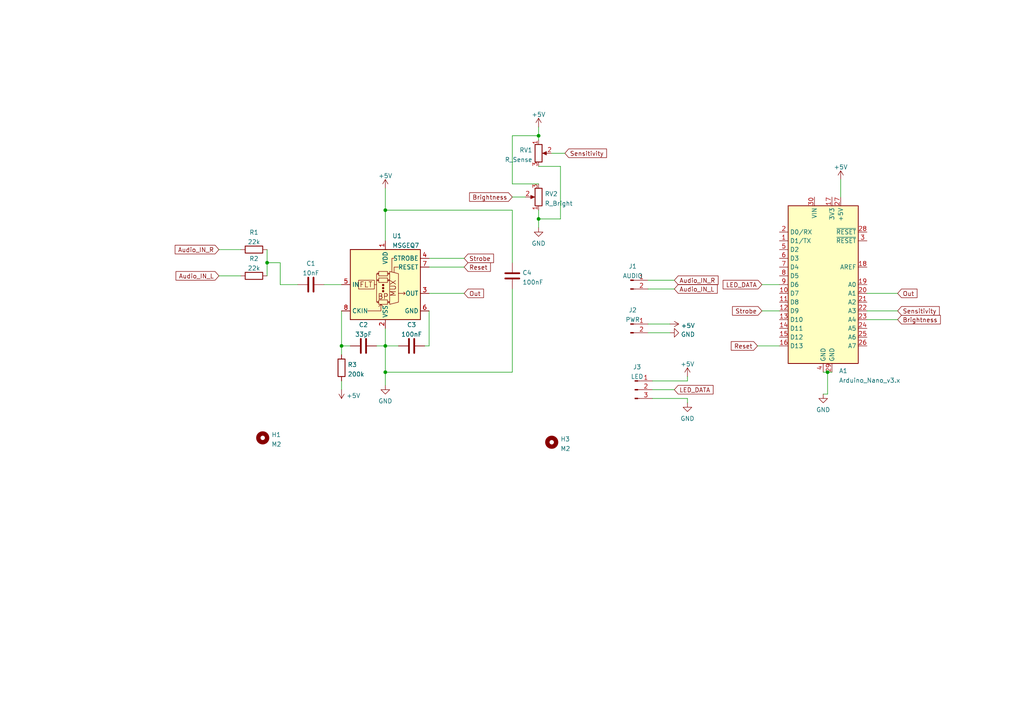
<source format=kicad_sch>
(kicad_sch (version 20211123) (generator eeschema)
  (paper "A4")
  (lib_symbols
    (symbol "Audio:MSGEQ7"
      (property "Reference" "U" (at -2.54 13.97 0))
      (property "Value" "MSGEQ7" (at -2.54 11.43 0))
      (symbol "MSGEQ7_0_0"
        (polyline (pts (xy -5.08 -7.62) (xy -1.27 -7.62) (xy -1.27 -5.715)))
        (polyline (pts (xy -1.905 -6.35) (xy -1.27 -5.715) (xy -0.635 -6.35)))
        (polyline (pts (xy 2.54 7.62) (xy 1.905 7.62) (xy 1.905 3.683)))
        (polyline (pts (xy 3.81 5.08) (xy 2.54 5.08) (xy 2.54 3.556)))
        (text "BP" (at -0.635 -3.429 0) (effects (font (size 1.524 1.524))))
        (text "FLT" (at -5.588 0 0) (effects (font (size 1.524 1.524))))
        (text "MUX" (at 2.286 -1.016 900) (effects (font (size 1.524 1.524))))
      )
      (symbol "MSGEQ7_0_1"
        (rectangle (start -3.175 -1.27) (end -7.747 1.27))
        (rectangle (start -1.905 -4.445) (end 0.635 -5.715))
        (rectangle (start -1.905 1.905) (end 0.635 0.635))
        (circle (center -0.635 -1.905) (radius 0.254) (fill (type outline)))
        (circle (center -0.635 -1.016) (radius 0.254) (fill (type outline)))
        (circle (center -0.635 -0.127) (radius 0.254) (fill (type outline)))
        (polyline (pts (xy -3.175 0) (xy -2.54 0)))
        (polyline (pts (xy -2.54 1.27) (xy -1.905 1.27)))
        (polyline (pts (xy 0.635 -5.08) (xy 1.27 -5.08)))
        (polyline (pts (xy 0.635 1.27) (xy 1.27 1.27)))
        (polyline (pts (xy 0.635 3.175) (xy 1.27 3.175)))
        (polyline (pts (xy 3.81 -2.54) (xy 5.715 -2.54)))
        (polyline (pts (xy 5.715 -2.54) (xy 5.334 -2.921)))
        (polyline (pts (xy 5.715 -2.54) (xy 5.334 -2.159)))
        (polyline (pts (xy -2.286 -4.826) (xy -2.032 -5.08) (xy -2.286 -5.334)))
        (polyline (pts (xy -2.286 1.524) (xy -2.032 1.27) (xy -2.286 1.016)))
        (polyline (pts (xy -2.286 3.429) (xy -2.032 3.175) (xy -2.286 2.921)))
        (polyline (pts (xy 0.889 -4.826) (xy 1.143 -5.08) (xy 0.889 -5.334)))
        (polyline (pts (xy 0.889 1.524) (xy 1.143 1.27) (xy 0.889 1.016)))
        (polyline (pts (xy 0.889 3.429) (xy 1.143 3.175) (xy 0.889 2.921)))
        (polyline (pts (xy -1.905 3.175) (xy -2.54 3.175) (xy -2.54 -5.08) (xy -1.905 -5.08)))
        (polyline (pts (xy 1.27 3.81) (xy 1.27 -5.715) (xy 3.81 -5.08) (xy 3.81 3.175) (xy 1.27 3.81)))
        (rectangle (start 0.635 2.54) (end -1.905 3.81))
        (rectangle (start 10.16 10.16) (end -10.16 -10.16) (stroke (width 0.254)) (fill (type background)))
      )
      (symbol "MSGEQ7_1_1"
        (pin power_in line (at 0 12.7 270) (length 2.54) (name "VDD") (number "1"))
        (pin power_in line (at 0 -12.7 90) (length 2.54) (name "VSS") (number "2"))
        (pin output line (at 12.7 -2.54 180) (length 2.54) (name "OUT") (number "3"))
        (pin input line (at 12.7 7.62 180) (length 2.54) (name "STROBE") (number "4"))
        (pin input line (at -12.7 0 0) (length 2.54) (name "IN") (number "5"))
        (pin power_out line (at 12.7 -7.62 180) (length 2.54) (name "GND") (number "6"))
        (pin input line (at 12.7 5.08 180) (length 2.54) (name "RESET") (number "7"))
        (pin input line (at -12.7 -7.62 0) (length 2.54) (name "CKIN") (number "8"))
      )
    )
    (symbol "Connector:Conn_01x02_Male" (pin_names (offset 1.016) hide)
      (property "Reference" "J" (at 0 2.54 0))
      (property "Value" "Conn_01x02_Male" (at 0 -5.08 0))
      (symbol "Conn_01x02_Male_1_1"
        (polyline (pts (xy 1.27 -2.54) (xy 0.8636 -2.54)) (stroke (width 0.1524)))
        (polyline (pts (xy 1.27 0) (xy 0.8636 0)) (stroke (width 0.1524)))
        (rectangle (start 0.8636 -2.413) (end 0 -2.667) (stroke (width 0.1524)) (fill (type outline)))
        (rectangle (start 0.8636 0.127) (end 0 -0.127) (stroke (width 0.1524)) (fill (type outline)))
        (pin passive line (at 5.08 0 180) (length 3.81) (name "Pin_1") (number "1"))
        (pin passive line (at 5.08 -2.54 180) (length 3.81) (name "Pin_2") (number "2"))
      )
    )
    (symbol "Connector:Conn_01x03_Male" (pin_names (offset 1.016) hide)
      (property "Reference" "J" (at 0 5.08 0))
      (property "Value" "Conn_01x03_Male" (at 0 -5.08 0))
      (symbol "Conn_01x03_Male_1_1"
        (polyline (pts (xy 1.27 -2.54) (xy 0.8636 -2.54)) (stroke (width 0.1524)))
        (polyline (pts (xy 1.27 0) (xy 0.8636 0)) (stroke (width 0.1524)))
        (polyline (pts (xy 1.27 2.54) (xy 0.8636 2.54)) (stroke (width 0.1524)))
        (rectangle (start 0.8636 -2.413) (end 0 -2.667) (stroke (width 0.1524)) (fill (type outline)))
        (rectangle (start 0.8636 0.127) (end 0 -0.127) (stroke (width 0.1524)) (fill (type outline)))
        (rectangle (start 0.8636 2.667) (end 0 2.413) (stroke (width 0.1524)) (fill (type outline)))
        (pin passive line (at 5.08 2.54 180) (length 3.81) (name "Pin_1") (number "1"))
        (pin passive line (at 5.08 0 180) (length 3.81) (name "Pin_2") (number "2"))
        (pin passive line (at 5.08 -2.54 180) (length 3.81) (name "Pin_3") (number "3"))
      )
    )
    (symbol "Device:C" (pin_numbers hide) (pin_names (offset 0.254))
      (property "Reference" "C" (at 0.635 2.54 0))
      (property "Value" "C" (at 0.635 -2.54 0))
      (symbol "C_0_1"
        (polyline (pts (xy -2.032 -0.762) (xy 2.032 -0.762)) (stroke (width 0.508)))
        (polyline (pts (xy -2.032 0.762) (xy 2.032 0.762)) (stroke (width 0.508)))
      )
      (symbol "C_1_1"
        (pin passive line (at 0 3.81 270) (length 2.794) (name "~") (number "1"))
        (pin passive line (at 0 -3.81 90) (length 2.794) (name "~") (number "2"))
      )
    )
    (symbol "Device:R" (pin_numbers hide) (pin_names (offset 0))
      (property "Reference" "R" (at 2.032 0 90))
      (property "Value" "R" (at 0 0 90))
      (symbol "R_0_1"
        (rectangle (start -1.016 -2.54) (end 1.016 2.54) (stroke (width 0.254)))
      )
      (symbol "R_1_1"
        (pin passive line (at 0 3.81 270) (length 1.27) (name "~") (number "1"))
        (pin passive line (at 0 -3.81 90) (length 1.27) (name "~") (number "2"))
      )
    )
    (symbol "Device:R_Potentiometer" (pin_names (offset 1.016) hide)
      (property "Reference" "RV" (at -4.445 0 90))
      (property "Value" "R_Potentiometer" (at -2.54 0 90))
      (symbol "R_Potentiometer_0_1"
        (polyline (pts (xy 2.54 0) (xy 1.524 0)))
        (polyline (pts (xy 1.143 0) (xy 2.286 0.508) (xy 2.286 -0.508) (xy 1.143 0)) (fill (type outline)))
        (rectangle (start 1.016 2.54) (end -1.016 -2.54) (stroke (width 0.254)))
      )
      (symbol "R_Potentiometer_1_1"
        (pin passive line (at 0 3.81 270) (length 1.27) (name "1") (number "1"))
        (pin passive line (at 3.81 0 180) (length 1.27) (name "2") (number "2"))
        (pin passive line (at 0 -3.81 90) (length 1.27) (name "3") (number "3"))
      )
    )
    (symbol "MCU_Module:Arduino_Nano_v3.x"
      (property "Reference" "A" (at -10.16 23.495 0))
      (property "Value" "Arduino_Nano_v3.x" (at 5.08 -24.13 0))
      (symbol "Arduino_Nano_v3.x_0_1"
        (rectangle (start -10.16 22.86) (end 10.16 -22.86) (stroke (width 0.254)) (fill (type background)))
      )
      (symbol "Arduino_Nano_v3.x_1_1"
        (pin bidirectional line (at -12.7 12.7 0) (length 2.54) (name "D1/TX") (number "1"))
        (pin bidirectional line (at -12.7 -2.54 0) (length 2.54) (name "D7") (number "10"))
        (pin bidirectional line (at -12.7 -5.08 0) (length 2.54) (name "D8") (number "11"))
        (pin bidirectional line (at -12.7 -7.62 0) (length 2.54) (name "D9") (number "12"))
        (pin bidirectional line (at -12.7 -10.16 0) (length 2.54) (name "D10") (number "13"))
        (pin bidirectional line (at -12.7 -12.7 0) (length 2.54) (name "D11") (number "14"))
        (pin bidirectional line (at -12.7 -15.24 0) (length 2.54) (name "D12") (number "15"))
        (pin bidirectional line (at -12.7 -17.78 0) (length 2.54) (name "D13") (number "16"))
        (pin power_out line (at 2.54 25.4 270) (length 2.54) (name "3V3") (number "17"))
        (pin input line (at 12.7 5.08 180) (length 2.54) (name "AREF") (number "18"))
        (pin bidirectional line (at 12.7 0 180) (length 2.54) (name "A0") (number "19"))
        (pin bidirectional line (at -12.7 15.24 0) (length 2.54) (name "D0/RX") (number "2"))
        (pin bidirectional line (at 12.7 -2.54 180) (length 2.54) (name "A1") (number "20"))
        (pin bidirectional line (at 12.7 -5.08 180) (length 2.54) (name "A2") (number "21"))
        (pin bidirectional line (at 12.7 -7.62 180) (length 2.54) (name "A3") (number "22"))
        (pin bidirectional line (at 12.7 -10.16 180) (length 2.54) (name "A4") (number "23"))
        (pin bidirectional line (at 12.7 -12.7 180) (length 2.54) (name "A5") (number "24"))
        (pin bidirectional line (at 12.7 -15.24 180) (length 2.54) (name "A6") (number "25"))
        (pin bidirectional line (at 12.7 -17.78 180) (length 2.54) (name "A7") (number "26"))
        (pin power_out line (at 5.08 25.4 270) (length 2.54) (name "+5V") (number "27"))
        (pin input line (at 12.7 15.24 180) (length 2.54) (name "~{RESET}") (number "28"))
        (pin power_in line (at 2.54 -25.4 90) (length 2.54) (name "GND") (number "29"))
        (pin input line (at 12.7 12.7 180) (length 2.54) (name "~{RESET}") (number "3"))
        (pin power_in line (at -2.54 25.4 270) (length 2.54) (name "VIN") (number "30"))
        (pin power_in line (at 0 -25.4 90) (length 2.54) (name "GND") (number "4"))
        (pin bidirectional line (at -12.7 10.16 0) (length 2.54) (name "D2") (number "5"))
        (pin bidirectional line (at -12.7 7.62 0) (length 2.54) (name "D3") (number "6"))
        (pin bidirectional line (at -12.7 5.08 0) (length 2.54) (name "D4") (number "7"))
        (pin bidirectional line (at -12.7 2.54 0) (length 2.54) (name "D5") (number "8"))
        (pin bidirectional line (at -12.7 0 0) (length 2.54) (name "D6") (number "9"))
      )
    )
    (symbol "Mechanical:MountingHole" (pin_names (offset 1.016))
      (property "Reference" "H" (at 0 5.08 0))
      (property "Value" "MountingHole" (at 0 3.175 0))
      (symbol "MountingHole_0_1"
        (circle (center 0 0) (radius 1.27) (stroke (width 1.27)))
      )
    )
    (symbol "power:+5V" (power) (pin_names (offset 0))
      (property "Value" "+5V" (at 0 3.556 0))
      (symbol "+5V_0_1"
        (polyline (pts (xy -0.762 1.27) (xy 0 2.54)))
        (polyline (pts (xy 0 0) (xy 0 2.54)))
        (polyline (pts (xy 0 2.54) (xy 0.762 1.27)))
      )
      (symbol "+5V_1_1"
        (pin power_in line (at 0 0 90) (length 0) hide (name "+5V") (number "1"))
      )
    )
    (symbol "power:GND" (power) (pin_names (offset 0))
      (property "Value" "GND" (at 0 -3.81 0))
      (symbol "GND_0_1"
        (polyline (pts (xy 0 0) (xy 0 -1.27) (xy 1.27 -1.27) (xy 0 -2.54) (xy -1.27 -1.27) (xy 0 -1.27)))
      )
      (symbol "GND_1_1"
        (pin power_in line (at 0 0 270) (length 0) hide (name "GND") (number "1"))
      )
    )
  )
  (junction (at 99.06 100.33))
  (junction (at 240.03 107.95))
  (junction (at 111.76 60.96))
  (junction (at 111.76 100.33))
  (junction (at 77.47 76.2))
  (junction (at 111.76 107.95))
  (junction (at 156.21 63.5))
  (junction (at 156.21 39.37))
  (wire (pts (xy 187.96 93.98) (xy 194.31 93.98)))
  (wire (pts (xy 111.76 100.33) (xy 111.76 107.95)))
  (wire (pts (xy 220.98 90.17) (xy 226.06 90.17)))
  (wire (pts (xy 77.47 72.39) (xy 77.47 76.2)))
  (wire (pts (xy 240.03 107.95) (xy 241.3 107.95)))
  (wire (pts (xy 189.23 115.57) (xy 199.39 115.57)))
  (wire (pts (xy 219.71 100.33) (xy 226.06 100.33)))
  (wire (pts (xy 124.46 74.93) (xy 134.62 74.93)))
  (wire (pts (xy 81.28 76.2) (xy 77.47 76.2)))
  (wire (pts (xy 99.06 90.17) (xy 99.06 100.33)))
  (wire (pts (xy 156.21 53.34) (xy 148.59 53.34)))
  (wire (pts (xy 162.56 63.5) (xy 156.21 63.5)))
  (wire (pts (xy 123.19 100.33) (xy 124.46 100.33)))
  (wire (pts (xy 99.06 100.33) (xy 101.6 100.33)))
  (wire (pts (xy 77.47 76.2) (xy 77.47 80.01)))
  (wire (pts (xy 187.96 81.28) (xy 195.58 81.28)))
  (wire (pts (xy 187.96 83.82) (xy 195.58 83.82)))
  (wire (pts (xy 189.23 113.03) (xy 195.58 113.03)))
  (wire (pts (xy 220.98 82.55) (xy 226.06 82.55)))
  (wire (pts (xy 240.03 107.95) (xy 240.03 114.3)))
  (wire (pts (xy 148.59 39.37) (xy 156.21 39.37)))
  (wire (pts (xy 148.59 53.34) (xy 148.59 39.37)))
  (wire (pts (xy 111.76 100.33) (xy 115.57 100.33)))
  (wire (pts (xy 162.56 48.26) (xy 162.56 63.5)))
  (wire (pts (xy 63.5 80.01) (xy 69.85 80.01)))
  (wire (pts (xy 199.39 115.57) (xy 199.39 116.84)))
  (wire (pts (xy 199.39 109.22) (xy 199.39 110.49)))
  (wire (pts (xy 99.06 110.49) (xy 99.06 113.03)))
  (wire (pts (xy 111.76 107.95) (xy 111.76 111.76)))
  (wire (pts (xy 156.21 63.5) (xy 156.21 66.04)))
  (wire (pts (xy 156.21 60.96) (xy 156.21 63.5)))
  (wire (pts (xy 156.21 48.26) (xy 162.56 48.26)))
  (wire (pts (xy 148.59 57.15) (xy 152.4 57.15)))
  (wire (pts (xy 111.76 54.61) (xy 111.76 60.96)))
  (wire (pts (xy 148.59 60.96) (xy 148.59 76.2)))
  (wire (pts (xy 124.46 90.17) (xy 124.46 100.33)))
  (wire (pts (xy 238.76 114.3) (xy 240.03 114.3)))
  (wire (pts (xy 148.59 83.82) (xy 148.59 107.95)))
  (wire (pts (xy 111.76 60.96) (xy 148.59 60.96)))
  (wire (pts (xy 93.98 82.55) (xy 99.06 82.55)))
  (wire (pts (xy 251.46 92.71) (xy 260.35 92.71)))
  (wire (pts (xy 99.06 100.33) (xy 99.06 102.87)))
  (wire (pts (xy 124.46 85.09) (xy 134.62 85.09)))
  (wire (pts (xy 160.02 44.45) (xy 163.83 44.45)))
  (wire (pts (xy 63.5 72.39) (xy 69.85 72.39)))
  (wire (pts (xy 109.22 100.33) (xy 111.76 100.33)))
  (wire (pts (xy 251.46 85.09) (xy 260.35 85.09)))
  (wire (pts (xy 111.76 107.95) (xy 148.59 107.95)))
  (wire (pts (xy 189.23 110.49) (xy 199.39 110.49)))
  (wire (pts (xy 251.46 90.17) (xy 260.35 90.17)))
  (wire (pts (xy 124.46 77.47) (xy 134.62 77.47)))
  (wire (pts (xy 111.76 95.25) (xy 111.76 100.33)))
  (wire (pts (xy 238.76 107.95) (xy 240.03 107.95)))
  (wire (pts (xy 156.21 36.83) (xy 156.21 39.37)))
  (wire (pts (xy 243.84 52.07) (xy 243.84 57.15)))
  (wire (pts (xy 111.76 60.96) (xy 111.76 69.85)))
  (wire (pts (xy 81.28 82.55) (xy 81.28 76.2)))
  (wire (pts (xy 156.21 39.37) (xy 156.21 40.64)))
  (wire (pts (xy 187.96 96.52) (xy 194.31 96.52)))
  (wire (pts (xy 86.36 82.55) (xy 81.28 82.55)))
  (global_label "Strobe" (shape input) (at 134.62 74.93 0) (property "Intersheet References" "${INTERSHEET_REFS}" (effects hide)))
  (global_label "Reset" (shape input) (at 219.71 100.33 180) (property "Intersheet References" "${INTERSHEET_REFS}" (effects hide)))
  (global_label "Audio_IN_L" (shape input) (at 195.58 83.82 0) (property "Intersheet References" "${INTERSHEET_REFS}" (effects hide)))
  (global_label "Sensitivity" (shape input) (at 260.35 90.17 0) (property "Intersheet References" "${INTERSHEET_REFS}" (effects hide)))
  (global_label "Audio_IN_L" (shape input) (at 63.5 80.01 180) (property "Intersheet References" "${INTERSHEET_REFS}" (effects hide)))
  (global_label "Strobe" (shape input) (at 220.98 90.17 180) (property "Intersheet References" "${INTERSHEET_REFS}" (effects hide)))
  (global_label "Out" (shape input) (at 260.35 85.09 0) (property "Intersheet References" "${INTERSHEET_REFS}" (effects hide)))
  (global_label "Brightness" (shape input) (at 260.35 92.71 0) (property "Intersheet References" "${INTERSHEET_REFS}" (effects hide)))
  (global_label "Out" (shape input) (at 134.62 85.09 0) (property "Intersheet References" "${INTERSHEET_REFS}" (effects hide)))
  (global_label "Audio_IN_R" (shape input) (at 63.5 72.39 180) (property "Intersheet References" "${INTERSHEET_REFS}" (effects hide)))
  (global_label "Reset" (shape input) (at 134.62 77.47 0) (property "Intersheet References" "${INTERSHEET_REFS}" (effects hide)))
  (global_label "Sensitivity" (shape input) (at 163.83 44.45 0) (property "Intersheet References" "${INTERSHEET_REFS}" (effects hide)))
  (global_label "LED_DATA" (shape input) (at 195.58 113.03 0) (property "Intersheet References" "${INTERSHEET_REFS}" (effects hide)))
  (global_label "Brightness" (shape input) (at 148.59 57.15 180) (property "Intersheet References" "${INTERSHEET_REFS}" (effects hide)))
  (global_label "Audio_IN_R" (shape input) (at 195.58 81.28 0) (property "Intersheet References" "${INTERSHEET_REFS}" (effects hide)))
  (global_label "LED_DATA" (shape input) (at 220.98 82.55 180) (property "Intersheet References" "${INTERSHEET_REFS}" (effects hide)))
  (symbol (lib_id "power:+5V") (at 99.06 113.03 180) (unit 1)
    (property "Reference" "#PWR0102" (effects hide))
    (property "Value" "+5V" (at 100.457 114.779 0) (effects (justify right)))
  )
  (symbol (lib_id "power:GND") (at 199.39 116.84 0) (unit 1)
    (property "Reference" "#PWR0110" (effects hide))
    (property "Value" "GND" (at 199.39 121.4025 0))
  )
  (symbol (lib_id "Device:C") (at 90.17 82.55 90) (unit 1)
    (property "Reference" "C1" (at 90.17 76.4245 90))
    (property "Value" "10nF" (at 90.17 79.1996 90))
    (property "Footprint" "Capacitor_THT:C_Disc_D4.3mm_W1.9mm_P5.00mm" (effects hide))
  )
  (symbol (lib_id "power:+5V") (at 243.84 52.07 0) (unit 1)
    (property "Reference" "#PWR0108" (effects hide))
    (property "Value" "+5V" (at 243.84 48.4655 0))
  )
  (symbol (lib_id "Device:R_Potentiometer") (at 156.21 57.15 180) (unit 1)
    (property "Reference" "RV2" (at 157.988 56.2415 0) (effects (justify right)))
    (property "Value" "R_Bright" (at 157.988 59.0166 0) (effects (justify right)))
    (property "Footprint" "Potentiometer_THT:Potentiometer_Piher_PC-16_Single_Horizontal" (effects hide))
  )
  (symbol (lib_id "Connector:Conn_01x03_Male") (at 184.15 113.03 0) (unit 1)
    (property "Reference" "J3" (at 184.785 106.4473 0))
    (property "Value" "LED" (at 184.785 109.2224 0))
    (property "Footprint" "Connector_PinHeader_2.54mm:PinHeader_1x03_P2.54mm_Vertical" (effects hide))
  )
  (symbol (lib_id "Device:R") (at 73.66 80.01 90) (unit 1)
    (property "Reference" "R2" (at 73.66 75.0275 90))
    (property "Value" "22k" (at 73.66 77.8026 90))
    (property "Footprint" "Resistor_THT:R_Axial_DIN0207_L6.3mm_D2.5mm_P7.62mm_Horizontal" (effects hide))
  )
  (symbol (lib_id "Audio:MSGEQ7") (at 111.76 82.55 0) (unit 1)
    (property "Reference" "U1" (at 113.7794 68.4235 0) (effects (justify left)))
    (property "Value" "MSGEQ7" (at 113.7794 71.1986 0) (effects (justify left)))
    (property "Footprint" "Package_DIP:DIP-8_W7.62mm_LongPads" (effects hide))
    (property "Datasheet" "http://mix-sig.com/images/datasheets/MSGEQ7.pdf" (effects hide))
  )
  (symbol (lib_id "power:+5V") (at 156.21 36.83 0) (unit 1)
    (property "Reference" "#PWR0105" (effects hide))
    (property "Value" "+5V" (at 156.21 33.2255 0))
  )
  (symbol (lib_id "power:+5V") (at 111.76 54.61 0) (unit 1)
    (property "Reference" "#PWR0103" (effects hide))
    (property "Value" "+5V" (at 111.76 51.0055 0))
  )
  (symbol (lib_id "Device:C") (at 119.38 100.33 90) (unit 1)
    (property "Reference" "C3" (at 119.38 94.2045 90))
    (property "Value" "100nF" (at 119.38 96.9796 90))
    (property "Footprint" "Capacitor_THT:C_Disc_D4.3mm_W1.9mm_P5.00mm" (effects hide))
  )
  (symbol (lib_id "Device:R") (at 99.06 106.68 180) (unit 1)
    (property "Reference" "R3" (at 100.838 105.7715 0) (effects (justify right)))
    (property "Value" "200k" (at 100.838 108.5466 0) (effects (justify right)))
    (property "Footprint" "Resistor_THT:R_Axial_DIN0207_L6.3mm_D2.5mm_P7.62mm_Horizontal" (effects hide))
  )
  (symbol (lib_id "power:GND") (at 194.31 96.52 90) (unit 1)
    (property "Reference" "#PWR0107" (effects hide))
    (property "Value" "GND" (at 197.485 96.999 90) (effects (justify right)))
  )
  (symbol (lib_id "MCU_Module:Arduino_Nano_v3.x") (at 238.76 82.55 0) (unit 1)
    (property "Reference" "A1" (at 243.3194 107.5595 0) (effects (justify left)))
    (property "Value" "Arduino_Nano_v3.x" (at 243.3194 110.3346 0) (effects (justify left)))
    (property "Footprint" "Module:Arduino_Nano" (effects hide))
    (property "Datasheet" "http://www.mouser.com/pdfdocs/Gravitech_Arduino_Nano3_0.pdf" (effects hide))
  )
  (symbol (lib_id "power:GND") (at 238.76 114.3 0) (unit 1)
    (property "Reference" "#PWR0109" (effects hide))
    (property "Value" "GND" (at 238.76 118.8625 0))
  )
  (symbol (lib_id "Connector:Conn_01x02_Male") (at 182.88 81.28 0) (unit 1)
    (property "Reference" "J1" (at 183.515 77.2373 0))
    (property "Value" "AUDIO" (at 183.515 80.0124 0))
    (property "Footprint" "Connector_PinHeader_2.54mm:PinHeader_1x02_P2.54mm_Vertical" (effects hide))
  )
  (symbol (lib_id "Device:R") (at 73.66 72.39 90) (unit 1)
    (property "Reference" "R1" (at 73.66 67.4075 90))
    (property "Value" "22k" (at 73.66 70.1826 90))
    (property "Footprint" "Resistor_THT:R_Axial_DIN0207_L6.3mm_D2.5mm_P7.62mm_Horizontal" (effects hide))
  )
  (symbol (lib_id "Mechanical:MountingHole") (at 76.2 127 0) (unit 1)
    (property "Reference" "H1" (at 78.74 126.0915 0) (effects (justify left)))
    (property "Value" "M2" (at 78.74 128.8666 0) (effects (justify left)))
    (property "Footprint" "MountingHole:MountingHole_2.2mm_M2" (effects hide))
  )
  (symbol (lib_id "power:+5V") (at 194.31 93.98 270) (unit 1)
    (property "Reference" "#PWR0106" (effects hide))
    (property "Value" "+5V" (at 197.485 94.459 90) (effects (justify left)))
  )
  (symbol (lib_id "Connector:Conn_01x02_Male") (at 182.88 93.98 0) (unit 1)
    (property "Reference" "J2" (at 183.515 89.9373 0))
    (property "Value" "PWR" (at 183.515 92.7124 0))
    (property "Footprint" "Connector_PinHeader_2.54mm:PinHeader_1x02_P2.54mm_Vertical" (effects hide))
  )
  (symbol (lib_id "power:GND") (at 156.21 66.04 0) (unit 1)
    (property "Reference" "#PWR0104" (effects hide))
    (property "Value" "GND" (at 156.21 70.6025 0))
  )
  (symbol (lib_id "Device:C") (at 148.59 80.01 180) (unit 1)
    (property "Reference" "C4" (at 151.511 79.1015 0) (effects (justify right)))
    (property "Value" "100nF" (at 151.511 81.8766 0) (effects (justify right)))
    (property "Footprint" "Capacitor_THT:C_Disc_D4.3mm_W1.9mm_P5.00mm" (effects hide))
  )
  (symbol (lib_id "Mechanical:MountingHole") (at 160.02 128.27 0) (unit 1)
    (property "Reference" "H3" (at 162.56 127.3615 0) (effects (justify left)))
    (property "Value" "M2" (at 162.56 130.1366 0) (effects (justify left)))
    (property "Footprint" "MountingHole:MountingHole_2.2mm_M2" (effects hide))
  )
  (symbol (lib_id "Device:R_Potentiometer") (at 156.21 44.45 0) (unit 1)
    (property "Reference" "RV1" (at 154.432 43.5415 0) (effects (justify right)))
    (property "Value" "R_Sense" (at 154.432 46.3166 0) (effects (justify right)))
    (property "Footprint" "Potentiometer_THT:Potentiometer_Piher_PC-16_Single_Horizontal" (effects hide))
  )
  (symbol (lib_id "Device:C") (at 105.41 100.33 90) (unit 1)
    (property "Reference" "C2" (at 105.41 94.2045 90))
    (property "Value" "33pF" (at 105.41 96.9796 90))
    (property "Footprint" "Capacitor_THT:C_Disc_D4.3mm_W1.9mm_P5.00mm" (effects hide))
  )
  (symbol (lib_id "power:GND") (at 111.76 111.76 0) (unit 1)
    (property "Reference" "#PWR0101" (effects hide))
    (property "Value" "GND" (at 111.76 116.3225 0))
  )
  (symbol (lib_id "power:+5V") (at 199.39 109.22 0) (unit 1)
    (property "Reference" "#PWR0111" (effects hide))
    (property "Value" "+5V" (at 199.39 105.6155 0))
  )
)
</source>
